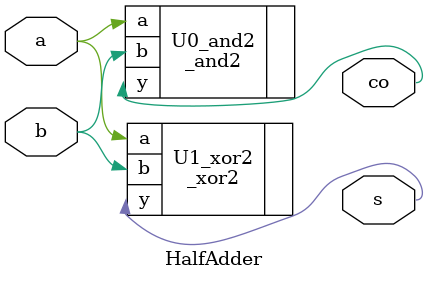
<source format=v>

module HalfAdder(a, b, co, s); //Module of Half Adder
	input a, b; //a,b : Variable for input binary signals
	output co, s; //co : Output port for carry of result //s : Output port for result
	
	_and2 U0_and2(.a(a),.b(b),.y(co)); //co = a x b
	_xor2 U1_xor2(.a(a),.b(b),.y(s)); //s = a ^ b
endmodule //End of module
</source>
